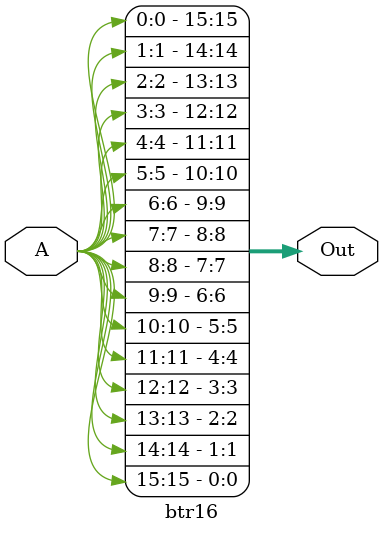
<source format=v>
module btr16(
	input [15:0] A,
	output [15:0] Out
);

assign Out[0] = A[15];
assign Out[1] = A[14];
assign Out[2] = A[13];
assign Out[3] = A[12];
assign Out[4] = A[11];
assign Out[5] = A[10];
assign Out[6] = A[9];
assign Out[7] = A[8];
assign Out[8] = A[7];
assign Out[9] = A[6];
assign Out[10] = A[5];
assign Out[11] = A[4];
assign Out[12] = A[3];
assign Out[13] = A[2];
assign Out[14] = A[1];
assign Out[15] = A[0];

endmodule
</source>
